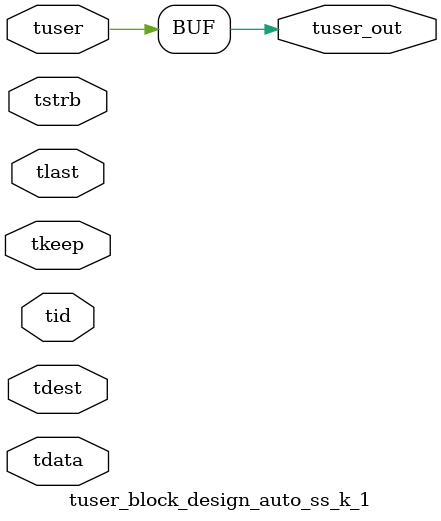
<source format=v>


`timescale 1ps/1ps

module tuser_block_design_auto_ss_k_1 #
(
parameter C_S_AXIS_TUSER_WIDTH = 1,
parameter C_S_AXIS_TDATA_WIDTH = 32,
parameter C_S_AXIS_TID_WIDTH   = 0,
parameter C_S_AXIS_TDEST_WIDTH = 0,
parameter C_M_AXIS_TUSER_WIDTH = 1
)
(
input  [(C_S_AXIS_TUSER_WIDTH == 0 ? 1 : C_S_AXIS_TUSER_WIDTH)-1:0     ] tuser,
input  [(C_S_AXIS_TDATA_WIDTH == 0 ? 1 : C_S_AXIS_TDATA_WIDTH)-1:0     ] tdata,
input  [(C_S_AXIS_TID_WIDTH   == 0 ? 1 : C_S_AXIS_TID_WIDTH)-1:0       ] tid,
input  [(C_S_AXIS_TDEST_WIDTH == 0 ? 1 : C_S_AXIS_TDEST_WIDTH)-1:0     ] tdest,
input  [(C_S_AXIS_TDATA_WIDTH/8)-1:0 ] tkeep,
input  [(C_S_AXIS_TDATA_WIDTH/8)-1:0 ] tstrb,
input                                                                    tlast,
output [C_M_AXIS_TUSER_WIDTH-1:0] tuser_out
);

assign tuser_out = {tuser[3:0]};

endmodule


</source>
